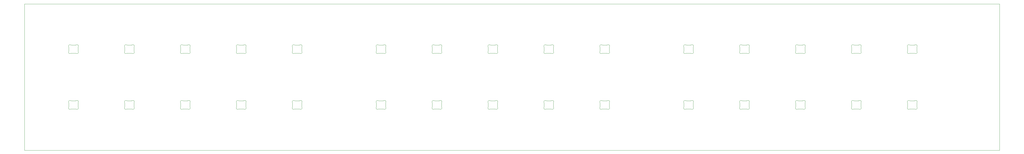
<source format=gbr>
G04 #@! TF.GenerationSoftware,KiCad,Pcbnew,5.1.6+dfsg1-1*
G04 #@! TF.CreationDate,2021-04-10T12:15:03+02:00*
G04 #@! TF.ProjectId,xFaders_keys,78466164-6572-4735-9f6b-6579732e6b69,rev?*
G04 #@! TF.SameCoordinates,Original*
G04 #@! TF.FileFunction,Profile,NP*
%FSLAX46Y46*%
G04 Gerber Fmt 4.6, Leading zero omitted, Abs format (unit mm)*
G04 Created by KiCad (PCBNEW 5.1.6+dfsg1-1) date 2021-04-10 12:15:03*
%MOMM*%
%LPD*%
G01*
G04 APERTURE LIST*
G04 #@! TA.AperFunction,Profile*
%ADD10C,0.100000*%
G04 #@! TD*
G04 APERTURE END LIST*
D10*
X392430000Y-138430000D02*
X392430000Y-191770000D01*
X38100000Y-138430000D02*
X392430000Y-138430000D01*
X38100000Y-191770000D02*
X38100000Y-138430000D01*
X392430000Y-191770000D02*
X38100000Y-191770000D01*
X298020001Y-175962841D02*
X298020001Y-174557157D01*
X298925548Y-173760000D02*
X300514453Y-173760000D01*
X301419999Y-174557157D02*
X301419999Y-175962841D01*
X300514452Y-176759999D02*
X298925548Y-176759999D01*
X298673289Y-176828296D02*
G75*
G02*
X297970516Y-176179719I-252258J431700D01*
G01*
X298020001Y-175962842D02*
G75*
G02*
X297970516Y-176179719I-500000J1D01*
G01*
X297970516Y-174340279D02*
G75*
G02*
X298020001Y-174557157I-450515J-216878D01*
G01*
X297970516Y-174340279D02*
G75*
G02*
X298673289Y-173691700I450515J216878D01*
G01*
X298925547Y-173759999D02*
G75*
G02*
X298673289Y-173691700I1J499999D01*
G01*
X300766711Y-173691701D02*
G75*
G02*
X300514453Y-173760000I-252258J431701D01*
G01*
X300766711Y-173691702D02*
G75*
G02*
X301469484Y-174340279I252258J-431700D01*
G01*
X301419999Y-174557156D02*
G75*
G02*
X301469484Y-174340279I500000J-1D01*
G01*
X301469484Y-176179719D02*
G75*
G02*
X301419999Y-175962841I450515J216878D01*
G01*
X301469484Y-176179718D02*
G75*
G02*
X300766711Y-176828298I-450515J-216879D01*
G01*
X300514452Y-176759999D02*
G75*
G02*
X300766711Y-176828298I0J-500000D01*
G01*
X298673290Y-176828298D02*
G75*
G02*
X298925548Y-176759999I252258J-431701D01*
G01*
X115140001Y-175962841D02*
X115140001Y-174557157D01*
X116045548Y-173760000D02*
X117634453Y-173760000D01*
X118539999Y-174557157D02*
X118539999Y-175962841D01*
X117634452Y-176759999D02*
X116045548Y-176759999D01*
X115793289Y-176828296D02*
G75*
G02*
X115090516Y-176179719I-252258J431700D01*
G01*
X115140001Y-175962842D02*
G75*
G02*
X115090516Y-176179719I-500000J1D01*
G01*
X115090516Y-174340279D02*
G75*
G02*
X115140001Y-174557157I-450515J-216878D01*
G01*
X115090516Y-174340279D02*
G75*
G02*
X115793289Y-173691700I450515J216878D01*
G01*
X116045547Y-173759999D02*
G75*
G02*
X115793289Y-173691700I1J499999D01*
G01*
X117886711Y-173691701D02*
G75*
G02*
X117634453Y-173760000I-252258J431701D01*
G01*
X117886711Y-173691702D02*
G75*
G02*
X118589484Y-174340279I252258J-431700D01*
G01*
X118539999Y-174557156D02*
G75*
G02*
X118589484Y-174340279I500000J-1D01*
G01*
X118589484Y-176179719D02*
G75*
G02*
X118539999Y-175962841I450515J216878D01*
G01*
X118589484Y-176179718D02*
G75*
G02*
X117886711Y-176828298I-450515J-216879D01*
G01*
X117634452Y-176759999D02*
G75*
G02*
X117886711Y-176828298I0J-500000D01*
G01*
X115793290Y-176828298D02*
G75*
G02*
X116045548Y-176759999I252258J-431701D01*
G01*
X74500001Y-175962841D02*
X74500001Y-174557157D01*
X75405548Y-173760000D02*
X76994453Y-173760000D01*
X77899999Y-174557157D02*
X77899999Y-175962841D01*
X76994452Y-176759999D02*
X75405548Y-176759999D01*
X75153289Y-176828296D02*
G75*
G02*
X74450516Y-176179719I-252258J431700D01*
G01*
X74500001Y-175962842D02*
G75*
G02*
X74450516Y-176179719I-500000J1D01*
G01*
X74450516Y-174340279D02*
G75*
G02*
X74500001Y-174557157I-450515J-216878D01*
G01*
X74450516Y-174340279D02*
G75*
G02*
X75153289Y-173691700I450515J216878D01*
G01*
X75405547Y-173759999D02*
G75*
G02*
X75153289Y-173691700I1J499999D01*
G01*
X77246711Y-173691701D02*
G75*
G02*
X76994453Y-173760000I-252258J431701D01*
G01*
X77246711Y-173691702D02*
G75*
G02*
X77949484Y-174340279I252258J-431700D01*
G01*
X77899999Y-174557156D02*
G75*
G02*
X77949484Y-174340279I500000J-1D01*
G01*
X77949484Y-176179719D02*
G75*
G02*
X77899999Y-175962841I450515J216878D01*
G01*
X77949484Y-176179718D02*
G75*
G02*
X77246711Y-176828298I-450515J-216879D01*
G01*
X76994452Y-176759999D02*
G75*
G02*
X77246711Y-176828298I0J-500000D01*
G01*
X75153290Y-176828298D02*
G75*
G02*
X75405548Y-176759999I252258J-431701D01*
G01*
X358980001Y-175962841D02*
X358980001Y-174557157D01*
X359885548Y-173760000D02*
X361474453Y-173760000D01*
X362379999Y-174557157D02*
X362379999Y-175962841D01*
X361474452Y-176759999D02*
X359885548Y-176759999D01*
X359633289Y-176828296D02*
G75*
G02*
X358930516Y-176179719I-252258J431700D01*
G01*
X358980001Y-175962842D02*
G75*
G02*
X358930516Y-176179719I-500000J1D01*
G01*
X358930516Y-174340279D02*
G75*
G02*
X358980001Y-174557157I-450515J-216878D01*
G01*
X358930516Y-174340279D02*
G75*
G02*
X359633289Y-173691700I450515J216878D01*
G01*
X359885547Y-173759999D02*
G75*
G02*
X359633289Y-173691700I1J499999D01*
G01*
X361726711Y-173691701D02*
G75*
G02*
X361474453Y-173760000I-252258J431701D01*
G01*
X361726711Y-173691702D02*
G75*
G02*
X362429484Y-174340279I252258J-431700D01*
G01*
X362379999Y-174557156D02*
G75*
G02*
X362429484Y-174340279I500000J-1D01*
G01*
X362429484Y-176179719D02*
G75*
G02*
X362379999Y-175962841I450515J216878D01*
G01*
X362429484Y-176179718D02*
G75*
G02*
X361726711Y-176828298I-450515J-216879D01*
G01*
X361474452Y-176759999D02*
G75*
G02*
X361726711Y-176828298I0J-500000D01*
G01*
X359633290Y-176828298D02*
G75*
G02*
X359885548Y-176759999I252258J-431701D01*
G01*
X338660001Y-175962841D02*
X338660001Y-174557157D01*
X339565548Y-173760000D02*
X341154453Y-173760000D01*
X342059999Y-174557157D02*
X342059999Y-175962841D01*
X341154452Y-176759999D02*
X339565548Y-176759999D01*
X339313289Y-176828296D02*
G75*
G02*
X338610516Y-176179719I-252258J431700D01*
G01*
X338660001Y-175962842D02*
G75*
G02*
X338610516Y-176179719I-500000J1D01*
G01*
X338610516Y-174340279D02*
G75*
G02*
X338660001Y-174557157I-450515J-216878D01*
G01*
X338610516Y-174340279D02*
G75*
G02*
X339313289Y-173691700I450515J216878D01*
G01*
X339565547Y-173759999D02*
G75*
G02*
X339313289Y-173691700I1J499999D01*
G01*
X341406711Y-173691701D02*
G75*
G02*
X341154453Y-173760000I-252258J431701D01*
G01*
X341406711Y-173691702D02*
G75*
G02*
X342109484Y-174340279I252258J-431700D01*
G01*
X342059999Y-174557156D02*
G75*
G02*
X342109484Y-174340279I500000J-1D01*
G01*
X342109484Y-176179719D02*
G75*
G02*
X342059999Y-175962841I450515J216878D01*
G01*
X342109484Y-176179718D02*
G75*
G02*
X341406711Y-176828298I-450515J-216879D01*
G01*
X341154452Y-176759999D02*
G75*
G02*
X341406711Y-176828298I0J-500000D01*
G01*
X339313290Y-176828298D02*
G75*
G02*
X339565548Y-176759999I252258J-431701D01*
G01*
X318340001Y-175962841D02*
X318340001Y-174557157D01*
X319245548Y-173760000D02*
X320834453Y-173760000D01*
X321739999Y-174557157D02*
X321739999Y-175962841D01*
X320834452Y-176759999D02*
X319245548Y-176759999D01*
X318993289Y-176828296D02*
G75*
G02*
X318290516Y-176179719I-252258J431700D01*
G01*
X318340001Y-175962842D02*
G75*
G02*
X318290516Y-176179719I-500000J1D01*
G01*
X318290516Y-174340279D02*
G75*
G02*
X318340001Y-174557157I-450515J-216878D01*
G01*
X318290516Y-174340279D02*
G75*
G02*
X318993289Y-173691700I450515J216878D01*
G01*
X319245547Y-173759999D02*
G75*
G02*
X318993289Y-173691700I1J499999D01*
G01*
X321086711Y-173691701D02*
G75*
G02*
X320834453Y-173760000I-252258J431701D01*
G01*
X321086711Y-173691702D02*
G75*
G02*
X321789484Y-174340279I252258J-431700D01*
G01*
X321739999Y-174557156D02*
G75*
G02*
X321789484Y-174340279I500000J-1D01*
G01*
X321789484Y-176179719D02*
G75*
G02*
X321739999Y-175962841I450515J216878D01*
G01*
X321789484Y-176179718D02*
G75*
G02*
X321086711Y-176828298I-450515J-216879D01*
G01*
X320834452Y-176759999D02*
G75*
G02*
X321086711Y-176828298I0J-500000D01*
G01*
X318993290Y-176828298D02*
G75*
G02*
X319245548Y-176759999I252258J-431701D01*
G01*
X277700001Y-175962841D02*
X277700001Y-174557157D01*
X278605548Y-173760000D02*
X280194453Y-173760000D01*
X281099999Y-174557157D02*
X281099999Y-175962841D01*
X280194452Y-176759999D02*
X278605548Y-176759999D01*
X278353289Y-176828296D02*
G75*
G02*
X277650516Y-176179719I-252258J431700D01*
G01*
X277700001Y-175962842D02*
G75*
G02*
X277650516Y-176179719I-500000J1D01*
G01*
X277650516Y-174340279D02*
G75*
G02*
X277700001Y-174557157I-450515J-216878D01*
G01*
X277650516Y-174340279D02*
G75*
G02*
X278353289Y-173691700I450515J216878D01*
G01*
X278605547Y-173759999D02*
G75*
G02*
X278353289Y-173691700I1J499999D01*
G01*
X280446711Y-173691701D02*
G75*
G02*
X280194453Y-173760000I-252258J431701D01*
G01*
X280446711Y-173691702D02*
G75*
G02*
X281149484Y-174340279I252258J-431700D01*
G01*
X281099999Y-174557156D02*
G75*
G02*
X281149484Y-174340279I500000J-1D01*
G01*
X281149484Y-176179719D02*
G75*
G02*
X281099999Y-175962841I450515J216878D01*
G01*
X281149484Y-176179718D02*
G75*
G02*
X280446711Y-176828298I-450515J-216879D01*
G01*
X280194452Y-176759999D02*
G75*
G02*
X280446711Y-176828298I0J-500000D01*
G01*
X278353290Y-176828298D02*
G75*
G02*
X278605548Y-176759999I252258J-431701D01*
G01*
X247220001Y-175962841D02*
X247220001Y-174557157D01*
X248125548Y-173760000D02*
X249714453Y-173760000D01*
X250619999Y-174557157D02*
X250619999Y-175962841D01*
X249714452Y-176759999D02*
X248125548Y-176759999D01*
X247873289Y-176828296D02*
G75*
G02*
X247170516Y-176179719I-252258J431700D01*
G01*
X247220001Y-175962842D02*
G75*
G02*
X247170516Y-176179719I-500000J1D01*
G01*
X247170516Y-174340279D02*
G75*
G02*
X247220001Y-174557157I-450515J-216878D01*
G01*
X247170516Y-174340279D02*
G75*
G02*
X247873289Y-173691700I450515J216878D01*
G01*
X248125547Y-173759999D02*
G75*
G02*
X247873289Y-173691700I1J499999D01*
G01*
X249966711Y-173691701D02*
G75*
G02*
X249714453Y-173760000I-252258J431701D01*
G01*
X249966711Y-173691702D02*
G75*
G02*
X250669484Y-174340279I252258J-431700D01*
G01*
X250619999Y-174557156D02*
G75*
G02*
X250669484Y-174340279I500000J-1D01*
G01*
X250669484Y-176179719D02*
G75*
G02*
X250619999Y-175962841I450515J216878D01*
G01*
X250669484Y-176179718D02*
G75*
G02*
X249966711Y-176828298I-450515J-216879D01*
G01*
X249714452Y-176759999D02*
G75*
G02*
X249966711Y-176828298I0J-500000D01*
G01*
X247873290Y-176828298D02*
G75*
G02*
X248125548Y-176759999I252258J-431701D01*
G01*
X226900001Y-175962841D02*
X226900001Y-174557157D01*
X227805548Y-173760000D02*
X229394453Y-173760000D01*
X230299999Y-174557157D02*
X230299999Y-175962841D01*
X229394452Y-176759999D02*
X227805548Y-176759999D01*
X227553289Y-176828296D02*
G75*
G02*
X226850516Y-176179719I-252258J431700D01*
G01*
X226900001Y-175962842D02*
G75*
G02*
X226850516Y-176179719I-500000J1D01*
G01*
X226850516Y-174340279D02*
G75*
G02*
X226900001Y-174557157I-450515J-216878D01*
G01*
X226850516Y-174340279D02*
G75*
G02*
X227553289Y-173691700I450515J216878D01*
G01*
X227805547Y-173759999D02*
G75*
G02*
X227553289Y-173691700I1J499999D01*
G01*
X229646711Y-173691701D02*
G75*
G02*
X229394453Y-173760000I-252258J431701D01*
G01*
X229646711Y-173691702D02*
G75*
G02*
X230349484Y-174340279I252258J-431700D01*
G01*
X230299999Y-174557156D02*
G75*
G02*
X230349484Y-174340279I500000J-1D01*
G01*
X230349484Y-176179719D02*
G75*
G02*
X230299999Y-175962841I450515J216878D01*
G01*
X230349484Y-176179718D02*
G75*
G02*
X229646711Y-176828298I-450515J-216879D01*
G01*
X229394452Y-176759999D02*
G75*
G02*
X229646711Y-176828298I0J-500000D01*
G01*
X227553290Y-176828298D02*
G75*
G02*
X227805548Y-176759999I252258J-431701D01*
G01*
X206580001Y-175962841D02*
X206580001Y-174557157D01*
X207485548Y-173760000D02*
X209074453Y-173760000D01*
X209979999Y-174557157D02*
X209979999Y-175962841D01*
X209074452Y-176759999D02*
X207485548Y-176759999D01*
X207233289Y-176828296D02*
G75*
G02*
X206530516Y-176179719I-252258J431700D01*
G01*
X206580001Y-175962842D02*
G75*
G02*
X206530516Y-176179719I-500000J1D01*
G01*
X206530516Y-174340279D02*
G75*
G02*
X206580001Y-174557157I-450515J-216878D01*
G01*
X206530516Y-174340279D02*
G75*
G02*
X207233289Y-173691700I450515J216878D01*
G01*
X207485547Y-173759999D02*
G75*
G02*
X207233289Y-173691700I1J499999D01*
G01*
X209326711Y-173691701D02*
G75*
G02*
X209074453Y-173760000I-252258J431701D01*
G01*
X209326711Y-173691702D02*
G75*
G02*
X210029484Y-174340279I252258J-431700D01*
G01*
X209979999Y-174557156D02*
G75*
G02*
X210029484Y-174340279I500000J-1D01*
G01*
X210029484Y-176179719D02*
G75*
G02*
X209979999Y-175962841I450515J216878D01*
G01*
X210029484Y-176179718D02*
G75*
G02*
X209326711Y-176828298I-450515J-216879D01*
G01*
X209074452Y-176759999D02*
G75*
G02*
X209326711Y-176828298I0J-500000D01*
G01*
X207233290Y-176828298D02*
G75*
G02*
X207485548Y-176759999I252258J-431701D01*
G01*
X186260001Y-175962841D02*
X186260001Y-174557157D01*
X187165548Y-173760000D02*
X188754453Y-173760000D01*
X189659999Y-174557157D02*
X189659999Y-175962841D01*
X188754452Y-176759999D02*
X187165548Y-176759999D01*
X186913289Y-176828296D02*
G75*
G02*
X186210516Y-176179719I-252258J431700D01*
G01*
X186260001Y-175962842D02*
G75*
G02*
X186210516Y-176179719I-500000J1D01*
G01*
X186210516Y-174340279D02*
G75*
G02*
X186260001Y-174557157I-450515J-216878D01*
G01*
X186210516Y-174340279D02*
G75*
G02*
X186913289Y-173691700I450515J216878D01*
G01*
X187165547Y-173759999D02*
G75*
G02*
X186913289Y-173691700I1J499999D01*
G01*
X189006711Y-173691701D02*
G75*
G02*
X188754453Y-173760000I-252258J431701D01*
G01*
X189006711Y-173691702D02*
G75*
G02*
X189709484Y-174340279I252258J-431700D01*
G01*
X189659999Y-174557156D02*
G75*
G02*
X189709484Y-174340279I500000J-1D01*
G01*
X189709484Y-176179719D02*
G75*
G02*
X189659999Y-175962841I450515J216878D01*
G01*
X189709484Y-176179718D02*
G75*
G02*
X189006711Y-176828298I-450515J-216879D01*
G01*
X188754452Y-176759999D02*
G75*
G02*
X189006711Y-176828298I0J-500000D01*
G01*
X186913290Y-176828298D02*
G75*
G02*
X187165548Y-176759999I252258J-431701D01*
G01*
X165940001Y-175962841D02*
X165940001Y-174557157D01*
X166845548Y-173760000D02*
X168434453Y-173760000D01*
X169339999Y-174557157D02*
X169339999Y-175962841D01*
X168434452Y-176759999D02*
X166845548Y-176759999D01*
X166593289Y-176828296D02*
G75*
G02*
X165890516Y-176179719I-252258J431700D01*
G01*
X165940001Y-175962842D02*
G75*
G02*
X165890516Y-176179719I-500000J1D01*
G01*
X165890516Y-174340279D02*
G75*
G02*
X165940001Y-174557157I-450515J-216878D01*
G01*
X165890516Y-174340279D02*
G75*
G02*
X166593289Y-173691700I450515J216878D01*
G01*
X166845547Y-173759999D02*
G75*
G02*
X166593289Y-173691700I1J499999D01*
G01*
X168686711Y-173691701D02*
G75*
G02*
X168434453Y-173760000I-252258J431701D01*
G01*
X168686711Y-173691702D02*
G75*
G02*
X169389484Y-174340279I252258J-431700D01*
G01*
X169339999Y-174557156D02*
G75*
G02*
X169389484Y-174340279I500000J-1D01*
G01*
X169389484Y-176179719D02*
G75*
G02*
X169339999Y-175962841I450515J216878D01*
G01*
X169389484Y-176179718D02*
G75*
G02*
X168686711Y-176828298I-450515J-216879D01*
G01*
X168434452Y-176759999D02*
G75*
G02*
X168686711Y-176828298I0J-500000D01*
G01*
X166593290Y-176828298D02*
G75*
G02*
X166845548Y-176759999I252258J-431701D01*
G01*
X135460001Y-175962841D02*
X135460001Y-174557157D01*
X136365548Y-173760000D02*
X137954453Y-173760000D01*
X138859999Y-174557157D02*
X138859999Y-175962841D01*
X137954452Y-176759999D02*
X136365548Y-176759999D01*
X136113289Y-176828296D02*
G75*
G02*
X135410516Y-176179719I-252258J431700D01*
G01*
X135460001Y-175962842D02*
G75*
G02*
X135410516Y-176179719I-500000J1D01*
G01*
X135410516Y-174340279D02*
G75*
G02*
X135460001Y-174557157I-450515J-216878D01*
G01*
X135410516Y-174340279D02*
G75*
G02*
X136113289Y-173691700I450515J216878D01*
G01*
X136365547Y-173759999D02*
G75*
G02*
X136113289Y-173691700I1J499999D01*
G01*
X138206711Y-173691701D02*
G75*
G02*
X137954453Y-173760000I-252258J431701D01*
G01*
X138206711Y-173691702D02*
G75*
G02*
X138909484Y-174340279I252258J-431700D01*
G01*
X138859999Y-174557156D02*
G75*
G02*
X138909484Y-174340279I500000J-1D01*
G01*
X138909484Y-176179719D02*
G75*
G02*
X138859999Y-175962841I450515J216878D01*
G01*
X138909484Y-176179718D02*
G75*
G02*
X138206711Y-176828298I-450515J-216879D01*
G01*
X137954452Y-176759999D02*
G75*
G02*
X138206711Y-176828298I0J-500000D01*
G01*
X136113290Y-176828298D02*
G75*
G02*
X136365548Y-176759999I252258J-431701D01*
G01*
X94820001Y-175962841D02*
X94820001Y-174557157D01*
X95725548Y-173760000D02*
X97314453Y-173760000D01*
X98219999Y-174557157D02*
X98219999Y-175962841D01*
X97314452Y-176759999D02*
X95725548Y-176759999D01*
X95473289Y-176828296D02*
G75*
G02*
X94770516Y-176179719I-252258J431700D01*
G01*
X94820001Y-175962842D02*
G75*
G02*
X94770516Y-176179719I-500000J1D01*
G01*
X94770516Y-174340279D02*
G75*
G02*
X94820001Y-174557157I-450515J-216878D01*
G01*
X94770516Y-174340279D02*
G75*
G02*
X95473289Y-173691700I450515J216878D01*
G01*
X95725547Y-173759999D02*
G75*
G02*
X95473289Y-173691700I1J499999D01*
G01*
X97566711Y-173691701D02*
G75*
G02*
X97314453Y-173760000I-252258J431701D01*
G01*
X97566711Y-173691702D02*
G75*
G02*
X98269484Y-174340279I252258J-431700D01*
G01*
X98219999Y-174557156D02*
G75*
G02*
X98269484Y-174340279I500000J-1D01*
G01*
X98269484Y-176179719D02*
G75*
G02*
X98219999Y-175962841I450515J216878D01*
G01*
X98269484Y-176179718D02*
G75*
G02*
X97566711Y-176828298I-450515J-216879D01*
G01*
X97314452Y-176759999D02*
G75*
G02*
X97566711Y-176828298I0J-500000D01*
G01*
X95473290Y-176828298D02*
G75*
G02*
X95725548Y-176759999I252258J-431701D01*
G01*
X54180001Y-175962841D02*
X54180001Y-174557157D01*
X55085548Y-173760000D02*
X56674453Y-173760000D01*
X57579999Y-174557157D02*
X57579999Y-175962841D01*
X56674452Y-176759999D02*
X55085548Y-176759999D01*
X54833289Y-176828296D02*
G75*
G02*
X54130516Y-176179719I-252258J431700D01*
G01*
X54180001Y-175962842D02*
G75*
G02*
X54130516Y-176179719I-500000J1D01*
G01*
X54130516Y-174340279D02*
G75*
G02*
X54180001Y-174557157I-450515J-216878D01*
G01*
X54130516Y-174340279D02*
G75*
G02*
X54833289Y-173691700I450515J216878D01*
G01*
X55085547Y-173759999D02*
G75*
G02*
X54833289Y-173691700I1J499999D01*
G01*
X56926711Y-173691701D02*
G75*
G02*
X56674453Y-173760000I-252258J431701D01*
G01*
X56926711Y-173691702D02*
G75*
G02*
X57629484Y-174340279I252258J-431700D01*
G01*
X57579999Y-174557156D02*
G75*
G02*
X57629484Y-174340279I500000J-1D01*
G01*
X57629484Y-176179719D02*
G75*
G02*
X57579999Y-175962841I450515J216878D01*
G01*
X57629484Y-176179718D02*
G75*
G02*
X56926711Y-176828298I-450515J-216879D01*
G01*
X56674452Y-176759999D02*
G75*
G02*
X56926711Y-176828298I0J-500000D01*
G01*
X54833290Y-176828298D02*
G75*
G02*
X55085548Y-176759999I252258J-431701D01*
G01*
X358980001Y-155642841D02*
X358980001Y-154237157D01*
X359885548Y-153440000D02*
X361474453Y-153440000D01*
X362379999Y-154237157D02*
X362379999Y-155642841D01*
X361474452Y-156439999D02*
X359885548Y-156439999D01*
X359633289Y-156508296D02*
G75*
G02*
X358930516Y-155859719I-252258J431700D01*
G01*
X358980001Y-155642842D02*
G75*
G02*
X358930516Y-155859719I-500000J1D01*
G01*
X358930516Y-154020279D02*
G75*
G02*
X358980001Y-154237157I-450515J-216878D01*
G01*
X358930516Y-154020279D02*
G75*
G02*
X359633289Y-153371700I450515J216878D01*
G01*
X359885547Y-153439999D02*
G75*
G02*
X359633289Y-153371700I1J499999D01*
G01*
X361726711Y-153371701D02*
G75*
G02*
X361474453Y-153440000I-252258J431701D01*
G01*
X361726711Y-153371702D02*
G75*
G02*
X362429484Y-154020279I252258J-431700D01*
G01*
X362379999Y-154237156D02*
G75*
G02*
X362429484Y-154020279I500000J-1D01*
G01*
X362429484Y-155859719D02*
G75*
G02*
X362379999Y-155642841I450515J216878D01*
G01*
X362429484Y-155859718D02*
G75*
G02*
X361726711Y-156508298I-450515J-216879D01*
G01*
X361474452Y-156439999D02*
G75*
G02*
X361726711Y-156508298I0J-500000D01*
G01*
X359633290Y-156508298D02*
G75*
G02*
X359885548Y-156439999I252258J-431701D01*
G01*
X338660001Y-155642841D02*
X338660001Y-154237157D01*
X339565548Y-153440000D02*
X341154453Y-153440000D01*
X342059999Y-154237157D02*
X342059999Y-155642841D01*
X341154452Y-156439999D02*
X339565548Y-156439999D01*
X339313289Y-156508296D02*
G75*
G02*
X338610516Y-155859719I-252258J431700D01*
G01*
X338660001Y-155642842D02*
G75*
G02*
X338610516Y-155859719I-500000J1D01*
G01*
X338610516Y-154020279D02*
G75*
G02*
X338660001Y-154237157I-450515J-216878D01*
G01*
X338610516Y-154020279D02*
G75*
G02*
X339313289Y-153371700I450515J216878D01*
G01*
X339565547Y-153439999D02*
G75*
G02*
X339313289Y-153371700I1J499999D01*
G01*
X341406711Y-153371701D02*
G75*
G02*
X341154453Y-153440000I-252258J431701D01*
G01*
X341406711Y-153371702D02*
G75*
G02*
X342109484Y-154020279I252258J-431700D01*
G01*
X342059999Y-154237156D02*
G75*
G02*
X342109484Y-154020279I500000J-1D01*
G01*
X342109484Y-155859719D02*
G75*
G02*
X342059999Y-155642841I450515J216878D01*
G01*
X342109484Y-155859718D02*
G75*
G02*
X341406711Y-156508298I-450515J-216879D01*
G01*
X341154452Y-156439999D02*
G75*
G02*
X341406711Y-156508298I0J-500000D01*
G01*
X339313290Y-156508298D02*
G75*
G02*
X339565548Y-156439999I252258J-431701D01*
G01*
X318340001Y-155642841D02*
X318340001Y-154237157D01*
X319245548Y-153440000D02*
X320834453Y-153440000D01*
X321739999Y-154237157D02*
X321739999Y-155642841D01*
X320834452Y-156439999D02*
X319245548Y-156439999D01*
X318993289Y-156508296D02*
G75*
G02*
X318290516Y-155859719I-252258J431700D01*
G01*
X318340001Y-155642842D02*
G75*
G02*
X318290516Y-155859719I-500000J1D01*
G01*
X318290516Y-154020279D02*
G75*
G02*
X318340001Y-154237157I-450515J-216878D01*
G01*
X318290516Y-154020279D02*
G75*
G02*
X318993289Y-153371700I450515J216878D01*
G01*
X319245547Y-153439999D02*
G75*
G02*
X318993289Y-153371700I1J499999D01*
G01*
X321086711Y-153371701D02*
G75*
G02*
X320834453Y-153440000I-252258J431701D01*
G01*
X321086711Y-153371702D02*
G75*
G02*
X321789484Y-154020279I252258J-431700D01*
G01*
X321739999Y-154237156D02*
G75*
G02*
X321789484Y-154020279I500000J-1D01*
G01*
X321789484Y-155859719D02*
G75*
G02*
X321739999Y-155642841I450515J216878D01*
G01*
X321789484Y-155859718D02*
G75*
G02*
X321086711Y-156508298I-450515J-216879D01*
G01*
X320834452Y-156439999D02*
G75*
G02*
X321086711Y-156508298I0J-500000D01*
G01*
X318993290Y-156508298D02*
G75*
G02*
X319245548Y-156439999I252258J-431701D01*
G01*
X298020001Y-155642841D02*
X298020001Y-154237157D01*
X298925548Y-153440000D02*
X300514453Y-153440000D01*
X301419999Y-154237157D02*
X301419999Y-155642841D01*
X300514452Y-156439999D02*
X298925548Y-156439999D01*
X298673289Y-156508296D02*
G75*
G02*
X297970516Y-155859719I-252258J431700D01*
G01*
X298020001Y-155642842D02*
G75*
G02*
X297970516Y-155859719I-500000J1D01*
G01*
X297970516Y-154020279D02*
G75*
G02*
X298020001Y-154237157I-450515J-216878D01*
G01*
X297970516Y-154020279D02*
G75*
G02*
X298673289Y-153371700I450515J216878D01*
G01*
X298925547Y-153439999D02*
G75*
G02*
X298673289Y-153371700I1J499999D01*
G01*
X300766711Y-153371701D02*
G75*
G02*
X300514453Y-153440000I-252258J431701D01*
G01*
X300766711Y-153371702D02*
G75*
G02*
X301469484Y-154020279I252258J-431700D01*
G01*
X301419999Y-154237156D02*
G75*
G02*
X301469484Y-154020279I500000J-1D01*
G01*
X301469484Y-155859719D02*
G75*
G02*
X301419999Y-155642841I450515J216878D01*
G01*
X301469484Y-155859718D02*
G75*
G02*
X300766711Y-156508298I-450515J-216879D01*
G01*
X300514452Y-156439999D02*
G75*
G02*
X300766711Y-156508298I0J-500000D01*
G01*
X298673290Y-156508298D02*
G75*
G02*
X298925548Y-156439999I252258J-431701D01*
G01*
X277700001Y-155642841D02*
X277700001Y-154237157D01*
X278605548Y-153440000D02*
X280194453Y-153440000D01*
X281099999Y-154237157D02*
X281099999Y-155642841D01*
X280194452Y-156439999D02*
X278605548Y-156439999D01*
X278353289Y-156508296D02*
G75*
G02*
X277650516Y-155859719I-252258J431700D01*
G01*
X277700001Y-155642842D02*
G75*
G02*
X277650516Y-155859719I-500000J1D01*
G01*
X277650516Y-154020279D02*
G75*
G02*
X277700001Y-154237157I-450515J-216878D01*
G01*
X277650516Y-154020279D02*
G75*
G02*
X278353289Y-153371700I450515J216878D01*
G01*
X278605547Y-153439999D02*
G75*
G02*
X278353289Y-153371700I1J499999D01*
G01*
X280446711Y-153371701D02*
G75*
G02*
X280194453Y-153440000I-252258J431701D01*
G01*
X280446711Y-153371702D02*
G75*
G02*
X281149484Y-154020279I252258J-431700D01*
G01*
X281099999Y-154237156D02*
G75*
G02*
X281149484Y-154020279I500000J-1D01*
G01*
X281149484Y-155859719D02*
G75*
G02*
X281099999Y-155642841I450515J216878D01*
G01*
X281149484Y-155859718D02*
G75*
G02*
X280446711Y-156508298I-450515J-216879D01*
G01*
X280194452Y-156439999D02*
G75*
G02*
X280446711Y-156508298I0J-500000D01*
G01*
X278353290Y-156508298D02*
G75*
G02*
X278605548Y-156439999I252258J-431701D01*
G01*
X247220001Y-155642841D02*
X247220001Y-154237157D01*
X248125548Y-153440000D02*
X249714453Y-153440000D01*
X250619999Y-154237157D02*
X250619999Y-155642841D01*
X249714452Y-156439999D02*
X248125548Y-156439999D01*
X247873289Y-156508296D02*
G75*
G02*
X247170516Y-155859719I-252258J431700D01*
G01*
X247220001Y-155642842D02*
G75*
G02*
X247170516Y-155859719I-500000J1D01*
G01*
X247170516Y-154020279D02*
G75*
G02*
X247220001Y-154237157I-450515J-216878D01*
G01*
X247170516Y-154020279D02*
G75*
G02*
X247873289Y-153371700I450515J216878D01*
G01*
X248125547Y-153439999D02*
G75*
G02*
X247873289Y-153371700I1J499999D01*
G01*
X249966711Y-153371701D02*
G75*
G02*
X249714453Y-153440000I-252258J431701D01*
G01*
X249966711Y-153371702D02*
G75*
G02*
X250669484Y-154020279I252258J-431700D01*
G01*
X250619999Y-154237156D02*
G75*
G02*
X250669484Y-154020279I500000J-1D01*
G01*
X250669484Y-155859719D02*
G75*
G02*
X250619999Y-155642841I450515J216878D01*
G01*
X250669484Y-155859718D02*
G75*
G02*
X249966711Y-156508298I-450515J-216879D01*
G01*
X249714452Y-156439999D02*
G75*
G02*
X249966711Y-156508298I0J-500000D01*
G01*
X247873290Y-156508298D02*
G75*
G02*
X248125548Y-156439999I252258J-431701D01*
G01*
X226900001Y-155642841D02*
X226900001Y-154237157D01*
X227805548Y-153440000D02*
X229394453Y-153440000D01*
X230299999Y-154237157D02*
X230299999Y-155642841D01*
X229394452Y-156439999D02*
X227805548Y-156439999D01*
X227553289Y-156508296D02*
G75*
G02*
X226850516Y-155859719I-252258J431700D01*
G01*
X226900001Y-155642842D02*
G75*
G02*
X226850516Y-155859719I-500000J1D01*
G01*
X226850516Y-154020279D02*
G75*
G02*
X226900001Y-154237157I-450515J-216878D01*
G01*
X226850516Y-154020279D02*
G75*
G02*
X227553289Y-153371700I450515J216878D01*
G01*
X227805547Y-153439999D02*
G75*
G02*
X227553289Y-153371700I1J499999D01*
G01*
X229646711Y-153371701D02*
G75*
G02*
X229394453Y-153440000I-252258J431701D01*
G01*
X229646711Y-153371702D02*
G75*
G02*
X230349484Y-154020279I252258J-431700D01*
G01*
X230299999Y-154237156D02*
G75*
G02*
X230349484Y-154020279I500000J-1D01*
G01*
X230349484Y-155859719D02*
G75*
G02*
X230299999Y-155642841I450515J216878D01*
G01*
X230349484Y-155859718D02*
G75*
G02*
X229646711Y-156508298I-450515J-216879D01*
G01*
X229394452Y-156439999D02*
G75*
G02*
X229646711Y-156508298I0J-500000D01*
G01*
X227553290Y-156508298D02*
G75*
G02*
X227805548Y-156439999I252258J-431701D01*
G01*
X206580001Y-155642841D02*
X206580001Y-154237157D01*
X207485548Y-153440000D02*
X209074453Y-153440000D01*
X209979999Y-154237157D02*
X209979999Y-155642841D01*
X209074452Y-156439999D02*
X207485548Y-156439999D01*
X207233289Y-156508296D02*
G75*
G02*
X206530516Y-155859719I-252258J431700D01*
G01*
X206580001Y-155642842D02*
G75*
G02*
X206530516Y-155859719I-500000J1D01*
G01*
X206530516Y-154020279D02*
G75*
G02*
X206580001Y-154237157I-450515J-216878D01*
G01*
X206530516Y-154020279D02*
G75*
G02*
X207233289Y-153371700I450515J216878D01*
G01*
X207485547Y-153439999D02*
G75*
G02*
X207233289Y-153371700I1J499999D01*
G01*
X209326711Y-153371701D02*
G75*
G02*
X209074453Y-153440000I-252258J431701D01*
G01*
X209326711Y-153371702D02*
G75*
G02*
X210029484Y-154020279I252258J-431700D01*
G01*
X209979999Y-154237156D02*
G75*
G02*
X210029484Y-154020279I500000J-1D01*
G01*
X210029484Y-155859719D02*
G75*
G02*
X209979999Y-155642841I450515J216878D01*
G01*
X210029484Y-155859718D02*
G75*
G02*
X209326711Y-156508298I-450515J-216879D01*
G01*
X209074452Y-156439999D02*
G75*
G02*
X209326711Y-156508298I0J-500000D01*
G01*
X207233290Y-156508298D02*
G75*
G02*
X207485548Y-156439999I252258J-431701D01*
G01*
X186260001Y-155642841D02*
X186260001Y-154237157D01*
X187165548Y-153440000D02*
X188754453Y-153440000D01*
X189659999Y-154237157D02*
X189659999Y-155642841D01*
X188754452Y-156439999D02*
X187165548Y-156439999D01*
X186913289Y-156508296D02*
G75*
G02*
X186210516Y-155859719I-252258J431700D01*
G01*
X186260001Y-155642842D02*
G75*
G02*
X186210516Y-155859719I-500000J1D01*
G01*
X186210516Y-154020279D02*
G75*
G02*
X186260001Y-154237157I-450515J-216878D01*
G01*
X186210516Y-154020279D02*
G75*
G02*
X186913289Y-153371700I450515J216878D01*
G01*
X187165547Y-153439999D02*
G75*
G02*
X186913289Y-153371700I1J499999D01*
G01*
X189006711Y-153371701D02*
G75*
G02*
X188754453Y-153440000I-252258J431701D01*
G01*
X189006711Y-153371702D02*
G75*
G02*
X189709484Y-154020279I252258J-431700D01*
G01*
X189659999Y-154237156D02*
G75*
G02*
X189709484Y-154020279I500000J-1D01*
G01*
X189709484Y-155859719D02*
G75*
G02*
X189659999Y-155642841I450515J216878D01*
G01*
X189709484Y-155859718D02*
G75*
G02*
X189006711Y-156508298I-450515J-216879D01*
G01*
X188754452Y-156439999D02*
G75*
G02*
X189006711Y-156508298I0J-500000D01*
G01*
X186913290Y-156508298D02*
G75*
G02*
X187165548Y-156439999I252258J-431701D01*
G01*
X165940001Y-155642841D02*
X165940001Y-154237157D01*
X166845548Y-153440000D02*
X168434453Y-153440000D01*
X169339999Y-154237157D02*
X169339999Y-155642841D01*
X168434452Y-156439999D02*
X166845548Y-156439999D01*
X166593289Y-156508296D02*
G75*
G02*
X165890516Y-155859719I-252258J431700D01*
G01*
X165940001Y-155642842D02*
G75*
G02*
X165890516Y-155859719I-500000J1D01*
G01*
X165890516Y-154020279D02*
G75*
G02*
X165940001Y-154237157I-450515J-216878D01*
G01*
X165890516Y-154020279D02*
G75*
G02*
X166593289Y-153371700I450515J216878D01*
G01*
X166845547Y-153439999D02*
G75*
G02*
X166593289Y-153371700I1J499999D01*
G01*
X168686711Y-153371701D02*
G75*
G02*
X168434453Y-153440000I-252258J431701D01*
G01*
X168686711Y-153371702D02*
G75*
G02*
X169389484Y-154020279I252258J-431700D01*
G01*
X169339999Y-154237156D02*
G75*
G02*
X169389484Y-154020279I500000J-1D01*
G01*
X169389484Y-155859719D02*
G75*
G02*
X169339999Y-155642841I450515J216878D01*
G01*
X169389484Y-155859718D02*
G75*
G02*
X168686711Y-156508298I-450515J-216879D01*
G01*
X168434452Y-156439999D02*
G75*
G02*
X168686711Y-156508298I0J-500000D01*
G01*
X166593290Y-156508298D02*
G75*
G02*
X166845548Y-156439999I252258J-431701D01*
G01*
X135460001Y-155642841D02*
X135460001Y-154237157D01*
X136365548Y-153440000D02*
X137954453Y-153440000D01*
X138859999Y-154237157D02*
X138859999Y-155642841D01*
X137954452Y-156439999D02*
X136365548Y-156439999D01*
X136113289Y-156508296D02*
G75*
G02*
X135410516Y-155859719I-252258J431700D01*
G01*
X135460001Y-155642842D02*
G75*
G02*
X135410516Y-155859719I-500000J1D01*
G01*
X135410516Y-154020279D02*
G75*
G02*
X135460001Y-154237157I-450515J-216878D01*
G01*
X135410516Y-154020279D02*
G75*
G02*
X136113289Y-153371700I450515J216878D01*
G01*
X136365547Y-153439999D02*
G75*
G02*
X136113289Y-153371700I1J499999D01*
G01*
X138206711Y-153371701D02*
G75*
G02*
X137954453Y-153440000I-252258J431701D01*
G01*
X138206711Y-153371702D02*
G75*
G02*
X138909484Y-154020279I252258J-431700D01*
G01*
X138859999Y-154237156D02*
G75*
G02*
X138909484Y-154020279I500000J-1D01*
G01*
X138909484Y-155859719D02*
G75*
G02*
X138859999Y-155642841I450515J216878D01*
G01*
X138909484Y-155859718D02*
G75*
G02*
X138206711Y-156508298I-450515J-216879D01*
G01*
X137954452Y-156439999D02*
G75*
G02*
X138206711Y-156508298I0J-500000D01*
G01*
X136113290Y-156508298D02*
G75*
G02*
X136365548Y-156439999I252258J-431701D01*
G01*
X115140001Y-155642841D02*
X115140001Y-154237157D01*
X116045548Y-153440000D02*
X117634453Y-153440000D01*
X118539999Y-154237157D02*
X118539999Y-155642841D01*
X117634452Y-156439999D02*
X116045548Y-156439999D01*
X115793289Y-156508296D02*
G75*
G02*
X115090516Y-155859719I-252258J431700D01*
G01*
X115140001Y-155642842D02*
G75*
G02*
X115090516Y-155859719I-500000J1D01*
G01*
X115090516Y-154020279D02*
G75*
G02*
X115140001Y-154237157I-450515J-216878D01*
G01*
X115090516Y-154020279D02*
G75*
G02*
X115793289Y-153371700I450515J216878D01*
G01*
X116045547Y-153439999D02*
G75*
G02*
X115793289Y-153371700I1J499999D01*
G01*
X117886711Y-153371701D02*
G75*
G02*
X117634453Y-153440000I-252258J431701D01*
G01*
X117886711Y-153371702D02*
G75*
G02*
X118589484Y-154020279I252258J-431700D01*
G01*
X118539999Y-154237156D02*
G75*
G02*
X118589484Y-154020279I500000J-1D01*
G01*
X118589484Y-155859719D02*
G75*
G02*
X118539999Y-155642841I450515J216878D01*
G01*
X118589484Y-155859718D02*
G75*
G02*
X117886711Y-156508298I-450515J-216879D01*
G01*
X117634452Y-156439999D02*
G75*
G02*
X117886711Y-156508298I0J-500000D01*
G01*
X115793290Y-156508298D02*
G75*
G02*
X116045548Y-156439999I252258J-431701D01*
G01*
X94820001Y-155642841D02*
X94820001Y-154237157D01*
X95725548Y-153440000D02*
X97314453Y-153440000D01*
X98219999Y-154237157D02*
X98219999Y-155642841D01*
X97314452Y-156439999D02*
X95725548Y-156439999D01*
X95473289Y-156508296D02*
G75*
G02*
X94770516Y-155859719I-252258J431700D01*
G01*
X94820001Y-155642842D02*
G75*
G02*
X94770516Y-155859719I-500000J1D01*
G01*
X94770516Y-154020279D02*
G75*
G02*
X94820001Y-154237157I-450515J-216878D01*
G01*
X94770516Y-154020279D02*
G75*
G02*
X95473289Y-153371700I450515J216878D01*
G01*
X95725547Y-153439999D02*
G75*
G02*
X95473289Y-153371700I1J499999D01*
G01*
X97566711Y-153371701D02*
G75*
G02*
X97314453Y-153440000I-252258J431701D01*
G01*
X97566711Y-153371702D02*
G75*
G02*
X98269484Y-154020279I252258J-431700D01*
G01*
X98219999Y-154237156D02*
G75*
G02*
X98269484Y-154020279I500000J-1D01*
G01*
X98269484Y-155859719D02*
G75*
G02*
X98219999Y-155642841I450515J216878D01*
G01*
X98269484Y-155859718D02*
G75*
G02*
X97566711Y-156508298I-450515J-216879D01*
G01*
X97314452Y-156439999D02*
G75*
G02*
X97566711Y-156508298I0J-500000D01*
G01*
X95473290Y-156508298D02*
G75*
G02*
X95725548Y-156439999I252258J-431701D01*
G01*
X74500001Y-155642841D02*
X74500001Y-154237157D01*
X75405548Y-153440000D02*
X76994453Y-153440000D01*
X77899999Y-154237157D02*
X77899999Y-155642841D01*
X76994452Y-156439999D02*
X75405548Y-156439999D01*
X75153289Y-156508296D02*
G75*
G02*
X74450516Y-155859719I-252258J431700D01*
G01*
X74500001Y-155642842D02*
G75*
G02*
X74450516Y-155859719I-500000J1D01*
G01*
X74450516Y-154020279D02*
G75*
G02*
X74500001Y-154237157I-450515J-216878D01*
G01*
X74450516Y-154020279D02*
G75*
G02*
X75153289Y-153371700I450515J216878D01*
G01*
X75405547Y-153439999D02*
G75*
G02*
X75153289Y-153371700I1J499999D01*
G01*
X77246711Y-153371701D02*
G75*
G02*
X76994453Y-153440000I-252258J431701D01*
G01*
X77246711Y-153371702D02*
G75*
G02*
X77949484Y-154020279I252258J-431700D01*
G01*
X77899999Y-154237156D02*
G75*
G02*
X77949484Y-154020279I500000J-1D01*
G01*
X77949484Y-155859719D02*
G75*
G02*
X77899999Y-155642841I450515J216878D01*
G01*
X77949484Y-155859718D02*
G75*
G02*
X77246711Y-156508298I-450515J-216879D01*
G01*
X76994452Y-156439999D02*
G75*
G02*
X77246711Y-156508298I0J-500000D01*
G01*
X75153290Y-156508298D02*
G75*
G02*
X75405548Y-156439999I252258J-431701D01*
G01*
X54180001Y-155642841D02*
X54180001Y-154237157D01*
X55085548Y-153440000D02*
X56674453Y-153440000D01*
X57579999Y-154237157D02*
X57579999Y-155642841D01*
X56674452Y-156439999D02*
X55085548Y-156439999D01*
X54833289Y-156508296D02*
G75*
G02*
X54130516Y-155859719I-252258J431700D01*
G01*
X54180001Y-155642842D02*
G75*
G02*
X54130516Y-155859719I-500000J1D01*
G01*
X54130516Y-154020279D02*
G75*
G02*
X54180001Y-154237157I-450515J-216878D01*
G01*
X54130516Y-154020279D02*
G75*
G02*
X54833289Y-153371700I450515J216878D01*
G01*
X55085547Y-153439999D02*
G75*
G02*
X54833289Y-153371700I1J499999D01*
G01*
X56926711Y-153371701D02*
G75*
G02*
X56674453Y-153440000I-252258J431701D01*
G01*
X56926711Y-153371702D02*
G75*
G02*
X57629484Y-154020279I252258J-431700D01*
G01*
X57579999Y-154237156D02*
G75*
G02*
X57629484Y-154020279I500000J-1D01*
G01*
X57629484Y-155859719D02*
G75*
G02*
X57579999Y-155642841I450515J216878D01*
G01*
X57629484Y-155859718D02*
G75*
G02*
X56926711Y-156508298I-450515J-216879D01*
G01*
X56674452Y-156439999D02*
G75*
G02*
X56926711Y-156508298I0J-500000D01*
G01*
X54833290Y-156508298D02*
G75*
G02*
X55085548Y-156439999I252258J-431701D01*
G01*
M02*

</source>
